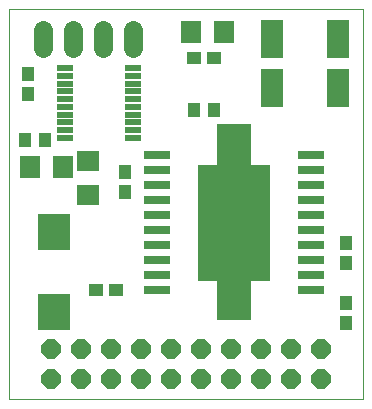
<source format=gts>
G75*
%MOIN*%
%OFA0B0*%
%FSLAX25Y25*%
%IPPOS*%
%LPD*%
%AMOC8*
5,1,8,0,0,1.08239X$1,22.5*
%
%ADD10C,0.00000*%
%ADD11R,0.24409X0.38583*%
%ADD12R,0.11417X0.65748*%
%ADD13R,0.06699X0.07487*%
%ADD14R,0.09061X0.02762*%
%ADD15R,0.05715X0.01975*%
%ADD16R,0.04337X0.04731*%
%ADD17R,0.04731X0.04337*%
%ADD18R,0.07498X0.06699*%
%ADD19R,0.07487X0.12998*%
%ADD20OC8,0.06400*%
%ADD21C,0.06400*%
%ADD22R,0.06699X0.07498*%
%ADD23R,0.11030X0.12014*%
D10*
X0016800Y0033989D02*
X0016800Y0163910D01*
X0134910Y0163910D01*
X0134910Y0033989D01*
X0016800Y0033989D01*
D11*
X0091800Y0092739D03*
D12*
X0091800Y0093044D03*
D13*
X0088562Y0156489D03*
X0077538Y0156489D03*
D14*
X0066209Y0115239D03*
X0066209Y0110239D03*
X0066209Y0105239D03*
X0066209Y0100239D03*
X0066209Y0095239D03*
X0066209Y0090239D03*
X0066209Y0085239D03*
X0066209Y0080239D03*
X0066209Y0075239D03*
X0066209Y0070239D03*
X0117391Y0070239D03*
X0117391Y0075239D03*
X0117391Y0080239D03*
X0117391Y0085239D03*
X0117391Y0090239D03*
X0117391Y0095239D03*
X0117391Y0100239D03*
X0117391Y0105239D03*
X0117391Y0110239D03*
X0117391Y0115239D03*
D15*
X0058119Y0121223D03*
X0058119Y0123782D03*
X0058119Y0126341D03*
X0058119Y0128900D03*
X0058119Y0131459D03*
X0058119Y0134019D03*
X0058119Y0136578D03*
X0058119Y0139137D03*
X0058119Y0141696D03*
X0058119Y0144255D03*
X0035481Y0144255D03*
X0035481Y0141696D03*
X0035481Y0139137D03*
X0035481Y0136578D03*
X0035481Y0134019D03*
X0035481Y0131459D03*
X0035481Y0128900D03*
X0035481Y0126341D03*
X0035481Y0123782D03*
X0035481Y0121223D03*
D16*
X0028896Y0120239D03*
X0022204Y0120239D03*
X0023050Y0135643D03*
X0023050Y0142335D03*
X0055550Y0109835D03*
X0055550Y0103143D03*
X0078454Y0130239D03*
X0085146Y0130239D03*
X0129300Y0086085D03*
X0129300Y0079393D03*
X0129300Y0066085D03*
X0129300Y0059393D03*
D17*
X0085146Y0147739D03*
X0078454Y0147739D03*
X0052646Y0070239D03*
X0045954Y0070239D03*
D18*
X0043050Y0102141D03*
X0043050Y0113337D03*
D19*
X0104526Y0137739D03*
X0104526Y0153989D03*
X0126574Y0153989D03*
X0126574Y0137739D03*
D20*
X0120855Y0050800D03*
X0120855Y0040800D03*
X0110855Y0040800D03*
X0110855Y0050800D03*
X0100855Y0050800D03*
X0090855Y0050800D03*
X0090855Y0040800D03*
X0100855Y0040800D03*
X0080855Y0040800D03*
X0080855Y0050800D03*
X0070855Y0050800D03*
X0070855Y0040800D03*
X0060855Y0040800D03*
X0050855Y0040800D03*
X0050855Y0050800D03*
X0060855Y0050800D03*
X0040855Y0050800D03*
X0040855Y0040800D03*
X0030855Y0040800D03*
X0030855Y0050800D03*
D21*
X0028050Y0150989D02*
X0028050Y0156989D01*
X0038050Y0156989D02*
X0038050Y0150989D01*
X0048050Y0150989D02*
X0048050Y0156989D01*
X0058050Y0156989D02*
X0058050Y0150989D01*
D22*
X0034898Y0111489D03*
X0023702Y0111489D03*
D23*
X0031800Y0089776D03*
X0031800Y0063202D03*
M02*

</source>
